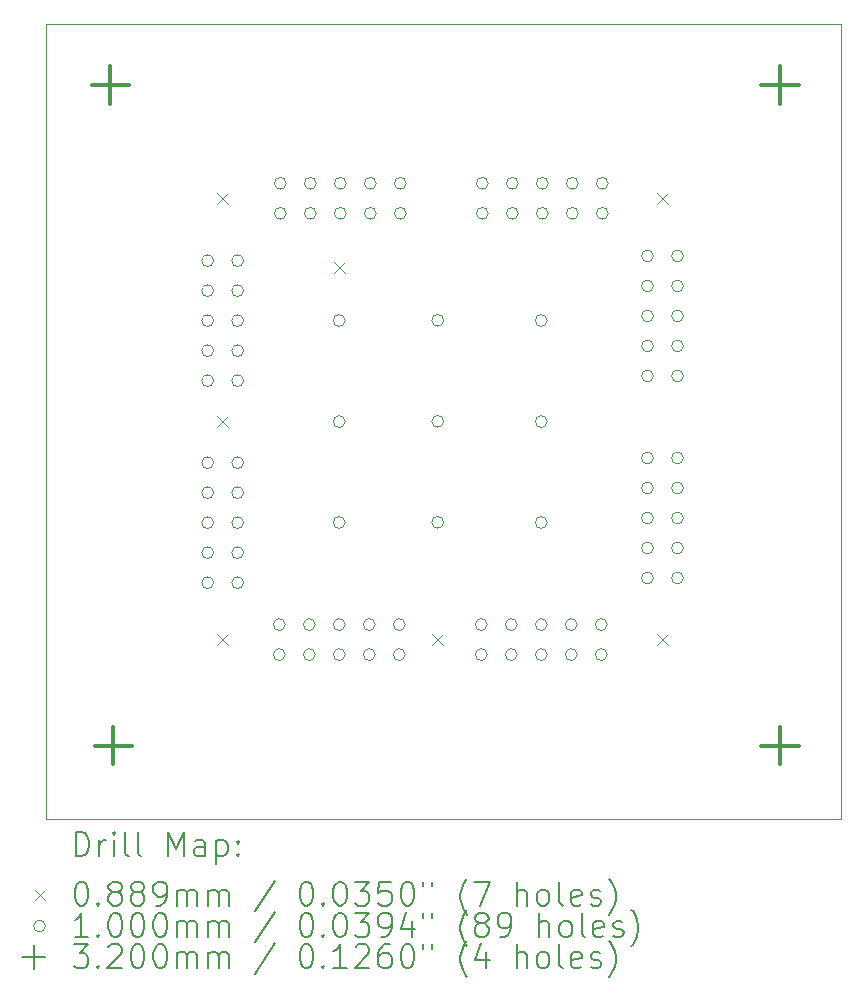
<source format=gbr>
%TF.GenerationSoftware,KiCad,Pcbnew,(6.0.9)*%
%TF.CreationDate,2022-12-16T13:04:32-05:00*%
%TF.ProjectId,Perris_Breakout,50657272-6973-45f4-9272-65616b6f7574,rev?*%
%TF.SameCoordinates,Original*%
%TF.FileFunction,Drillmap*%
%TF.FilePolarity,Positive*%
%FSLAX45Y45*%
G04 Gerber Fmt 4.5, Leading zero omitted, Abs format (unit mm)*
G04 Created by KiCad (PCBNEW (6.0.9)) date 2022-12-16 13:04:32*
%MOMM*%
%LPD*%
G01*
G04 APERTURE LIST*
%ADD10C,0.100000*%
%ADD11C,0.200000*%
%ADD12C,0.088900*%
%ADD13C,0.320000*%
G04 APERTURE END LIST*
D10*
X8663940Y-10528300D02*
X15394940Y-10528300D01*
X15394940Y-10528300D02*
X15394940Y-3802380D01*
X15394940Y-3802380D02*
X8663940Y-3802380D01*
X8663940Y-3802380D02*
X8663940Y-10528300D01*
D11*
D12*
X10116050Y-5231130D02*
X10204950Y-5320030D01*
X10204950Y-5231130D02*
X10116050Y-5320030D01*
X10116050Y-7121660D02*
X10204950Y-7210560D01*
X10204950Y-7121660D02*
X10116050Y-7210560D01*
X10116050Y-8966970D02*
X10204950Y-9055870D01*
X10204950Y-8966970D02*
X10116050Y-9055870D01*
X11106150Y-5817870D02*
X11195050Y-5906770D01*
X11195050Y-5817870D02*
X11106150Y-5906770D01*
X11936730Y-8966970D02*
X12025630Y-9055870D01*
X12025630Y-8966970D02*
X11936730Y-9055870D01*
X13839190Y-5231130D02*
X13928090Y-5320030D01*
X13928090Y-5231130D02*
X13839190Y-5320030D01*
X13839190Y-8966970D02*
X13928090Y-9055870D01*
X13928090Y-8966970D02*
X13839190Y-9055870D01*
D10*
X10083000Y-5802900D02*
G75*
G03*
X10083000Y-5802900I-50000J0D01*
G01*
X10083000Y-6056900D02*
G75*
G03*
X10083000Y-6056900I-50000J0D01*
G01*
X10083000Y-6310900D02*
G75*
G03*
X10083000Y-6310900I-50000J0D01*
G01*
X10083000Y-6564900D02*
G75*
G03*
X10083000Y-6564900I-50000J0D01*
G01*
X10083000Y-6818900D02*
G75*
G03*
X10083000Y-6818900I-50000J0D01*
G01*
X10083000Y-7513320D02*
G75*
G03*
X10083000Y-7513320I-50000J0D01*
G01*
X10083000Y-7767320D02*
G75*
G03*
X10083000Y-7767320I-50000J0D01*
G01*
X10083000Y-8021320D02*
G75*
G03*
X10083000Y-8021320I-50000J0D01*
G01*
X10083000Y-8275320D02*
G75*
G03*
X10083000Y-8275320I-50000J0D01*
G01*
X10083000Y-8529320D02*
G75*
G03*
X10083000Y-8529320I-50000J0D01*
G01*
X10337000Y-5802900D02*
G75*
G03*
X10337000Y-5802900I-50000J0D01*
G01*
X10337000Y-6056900D02*
G75*
G03*
X10337000Y-6056900I-50000J0D01*
G01*
X10337000Y-6310900D02*
G75*
G03*
X10337000Y-6310900I-50000J0D01*
G01*
X10337000Y-6564900D02*
G75*
G03*
X10337000Y-6564900I-50000J0D01*
G01*
X10337000Y-6818900D02*
G75*
G03*
X10337000Y-6818900I-50000J0D01*
G01*
X10337000Y-7513320D02*
G75*
G03*
X10337000Y-7513320I-50000J0D01*
G01*
X10337000Y-7767320D02*
G75*
G03*
X10337000Y-7767320I-50000J0D01*
G01*
X10337000Y-8021320D02*
G75*
G03*
X10337000Y-8021320I-50000J0D01*
G01*
X10337000Y-8275320D02*
G75*
G03*
X10337000Y-8275320I-50000J0D01*
G01*
X10337000Y-8529320D02*
G75*
G03*
X10337000Y-8529320I-50000J0D01*
G01*
X10689060Y-8884920D02*
G75*
G03*
X10689060Y-8884920I-50000J0D01*
G01*
X10689060Y-9138920D02*
G75*
G03*
X10689060Y-9138920I-50000J0D01*
G01*
X10697680Y-5148580D02*
G75*
G03*
X10697680Y-5148580I-50000J0D01*
G01*
X10697680Y-5402580D02*
G75*
G03*
X10697680Y-5402580I-50000J0D01*
G01*
X10943060Y-8884920D02*
G75*
G03*
X10943060Y-8884920I-50000J0D01*
G01*
X10943060Y-9138920D02*
G75*
G03*
X10943060Y-9138920I-50000J0D01*
G01*
X10951680Y-5148580D02*
G75*
G03*
X10951680Y-5148580I-50000J0D01*
G01*
X10951680Y-5402580D02*
G75*
G03*
X10951680Y-5402580I-50000J0D01*
G01*
X11196560Y-6310400D02*
G75*
G03*
X11196560Y-6310400I-50000J0D01*
G01*
X11196560Y-7166110D02*
G75*
G03*
X11196560Y-7166110I-50000J0D01*
G01*
X11196560Y-8020820D02*
G75*
G03*
X11196560Y-8020820I-50000J0D01*
G01*
X11197060Y-8884920D02*
G75*
G03*
X11197060Y-8884920I-50000J0D01*
G01*
X11197060Y-9138920D02*
G75*
G03*
X11197060Y-9138920I-50000J0D01*
G01*
X11205680Y-5148580D02*
G75*
G03*
X11205680Y-5148580I-50000J0D01*
G01*
X11205680Y-5402580D02*
G75*
G03*
X11205680Y-5402580I-50000J0D01*
G01*
X11451060Y-8884920D02*
G75*
G03*
X11451060Y-8884920I-50000J0D01*
G01*
X11451060Y-9138920D02*
G75*
G03*
X11451060Y-9138920I-50000J0D01*
G01*
X11459680Y-5148580D02*
G75*
G03*
X11459680Y-5148580I-50000J0D01*
G01*
X11459680Y-5402580D02*
G75*
G03*
X11459680Y-5402580I-50000J0D01*
G01*
X11705060Y-8884920D02*
G75*
G03*
X11705060Y-8884920I-50000J0D01*
G01*
X11705060Y-9138920D02*
G75*
G03*
X11705060Y-9138920I-50000J0D01*
G01*
X11713680Y-5148580D02*
G75*
G03*
X11713680Y-5148580I-50000J0D01*
G01*
X11713680Y-5402580D02*
G75*
G03*
X11713680Y-5402580I-50000J0D01*
G01*
X12031180Y-6308360D02*
G75*
G03*
X12031180Y-6308360I-50000J0D01*
G01*
X12031180Y-7164070D02*
G75*
G03*
X12031180Y-7164070I-50000J0D01*
G01*
X12031180Y-8018780D02*
G75*
G03*
X12031180Y-8018780I-50000J0D01*
G01*
X12399480Y-8884920D02*
G75*
G03*
X12399480Y-8884920I-50000J0D01*
G01*
X12399480Y-9138920D02*
G75*
G03*
X12399480Y-9138920I-50000J0D01*
G01*
X12408100Y-5148580D02*
G75*
G03*
X12408100Y-5148580I-50000J0D01*
G01*
X12408100Y-5402580D02*
G75*
G03*
X12408100Y-5402580I-50000J0D01*
G01*
X12653480Y-8884920D02*
G75*
G03*
X12653480Y-8884920I-50000J0D01*
G01*
X12653480Y-9138920D02*
G75*
G03*
X12653480Y-9138920I-50000J0D01*
G01*
X12662100Y-5148580D02*
G75*
G03*
X12662100Y-5148580I-50000J0D01*
G01*
X12662100Y-5402580D02*
G75*
G03*
X12662100Y-5402580I-50000J0D01*
G01*
X12906980Y-6310400D02*
G75*
G03*
X12906980Y-6310400I-50000J0D01*
G01*
X12906980Y-7166110D02*
G75*
G03*
X12906980Y-7166110I-50000J0D01*
G01*
X12906980Y-8020820D02*
G75*
G03*
X12906980Y-8020820I-50000J0D01*
G01*
X12907480Y-8884920D02*
G75*
G03*
X12907480Y-8884920I-50000J0D01*
G01*
X12907480Y-9138920D02*
G75*
G03*
X12907480Y-9138920I-50000J0D01*
G01*
X12916100Y-5148580D02*
G75*
G03*
X12916100Y-5148580I-50000J0D01*
G01*
X12916100Y-5402580D02*
G75*
G03*
X12916100Y-5402580I-50000J0D01*
G01*
X13161480Y-8884920D02*
G75*
G03*
X13161480Y-8884920I-50000J0D01*
G01*
X13161480Y-9138920D02*
G75*
G03*
X13161480Y-9138920I-50000J0D01*
G01*
X13170100Y-5148580D02*
G75*
G03*
X13170100Y-5148580I-50000J0D01*
G01*
X13170100Y-5402580D02*
G75*
G03*
X13170100Y-5402580I-50000J0D01*
G01*
X13415480Y-8884920D02*
G75*
G03*
X13415480Y-8884920I-50000J0D01*
G01*
X13415480Y-9138920D02*
G75*
G03*
X13415480Y-9138920I-50000J0D01*
G01*
X13424100Y-5148580D02*
G75*
G03*
X13424100Y-5148580I-50000J0D01*
G01*
X13424100Y-5402580D02*
G75*
G03*
X13424100Y-5402580I-50000J0D01*
G01*
X13806640Y-5763260D02*
G75*
G03*
X13806640Y-5763260I-50000J0D01*
G01*
X13806640Y-6017260D02*
G75*
G03*
X13806640Y-6017260I-50000J0D01*
G01*
X13806640Y-6271260D02*
G75*
G03*
X13806640Y-6271260I-50000J0D01*
G01*
X13806640Y-6525260D02*
G75*
G03*
X13806640Y-6525260I-50000J0D01*
G01*
X13806640Y-6779260D02*
G75*
G03*
X13806640Y-6779260I-50000J0D01*
G01*
X13806640Y-7473680D02*
G75*
G03*
X13806640Y-7473680I-50000J0D01*
G01*
X13806640Y-7727680D02*
G75*
G03*
X13806640Y-7727680I-50000J0D01*
G01*
X13806640Y-7981680D02*
G75*
G03*
X13806640Y-7981680I-50000J0D01*
G01*
X13806640Y-8235680D02*
G75*
G03*
X13806640Y-8235680I-50000J0D01*
G01*
X13806640Y-8489680D02*
G75*
G03*
X13806640Y-8489680I-50000J0D01*
G01*
X14060640Y-5763260D02*
G75*
G03*
X14060640Y-5763260I-50000J0D01*
G01*
X14060640Y-6017260D02*
G75*
G03*
X14060640Y-6017260I-50000J0D01*
G01*
X14060640Y-6271260D02*
G75*
G03*
X14060640Y-6271260I-50000J0D01*
G01*
X14060640Y-6525260D02*
G75*
G03*
X14060640Y-6525260I-50000J0D01*
G01*
X14060640Y-6779260D02*
G75*
G03*
X14060640Y-6779260I-50000J0D01*
G01*
X14060640Y-7473680D02*
G75*
G03*
X14060640Y-7473680I-50000J0D01*
G01*
X14060640Y-7727680D02*
G75*
G03*
X14060640Y-7727680I-50000J0D01*
G01*
X14060640Y-7981680D02*
G75*
G03*
X14060640Y-7981680I-50000J0D01*
G01*
X14060640Y-8235680D02*
G75*
G03*
X14060640Y-8235680I-50000J0D01*
G01*
X14060640Y-8489680D02*
G75*
G03*
X14060640Y-8489680I-50000J0D01*
G01*
D13*
X9210040Y-4152920D02*
X9210040Y-4472920D01*
X9050040Y-4312920D02*
X9370040Y-4312920D01*
X9235440Y-9748540D02*
X9235440Y-10068540D01*
X9075440Y-9908540D02*
X9395440Y-9908540D01*
X14881860Y-4152920D02*
X14881860Y-4472920D01*
X14721860Y-4312920D02*
X15041860Y-4312920D01*
X14881860Y-9748540D02*
X14881860Y-10068540D01*
X14721860Y-9908540D02*
X15041860Y-9908540D01*
D11*
X8916559Y-10843776D02*
X8916559Y-10643776D01*
X8964178Y-10643776D01*
X8992750Y-10653300D01*
X9011797Y-10672348D01*
X9021321Y-10691395D01*
X9030845Y-10729490D01*
X9030845Y-10758062D01*
X9021321Y-10796157D01*
X9011797Y-10815205D01*
X8992750Y-10834252D01*
X8964178Y-10843776D01*
X8916559Y-10843776D01*
X9116559Y-10843776D02*
X9116559Y-10710443D01*
X9116559Y-10748538D02*
X9126083Y-10729490D01*
X9135607Y-10719967D01*
X9154654Y-10710443D01*
X9173702Y-10710443D01*
X9240369Y-10843776D02*
X9240369Y-10710443D01*
X9240369Y-10643776D02*
X9230845Y-10653300D01*
X9240369Y-10662824D01*
X9249892Y-10653300D01*
X9240369Y-10643776D01*
X9240369Y-10662824D01*
X9364178Y-10843776D02*
X9345130Y-10834252D01*
X9335607Y-10815205D01*
X9335607Y-10643776D01*
X9468940Y-10843776D02*
X9449892Y-10834252D01*
X9440369Y-10815205D01*
X9440369Y-10643776D01*
X9697511Y-10843776D02*
X9697511Y-10643776D01*
X9764178Y-10786633D01*
X9830845Y-10643776D01*
X9830845Y-10843776D01*
X10011797Y-10843776D02*
X10011797Y-10739014D01*
X10002273Y-10719967D01*
X9983226Y-10710443D01*
X9945130Y-10710443D01*
X9926083Y-10719967D01*
X10011797Y-10834252D02*
X9992750Y-10843776D01*
X9945130Y-10843776D01*
X9926083Y-10834252D01*
X9916559Y-10815205D01*
X9916559Y-10796157D01*
X9926083Y-10777110D01*
X9945130Y-10767586D01*
X9992750Y-10767586D01*
X10011797Y-10758062D01*
X10107035Y-10710443D02*
X10107035Y-10910443D01*
X10107035Y-10719967D02*
X10126083Y-10710443D01*
X10164178Y-10710443D01*
X10183226Y-10719967D01*
X10192750Y-10729490D01*
X10202273Y-10748538D01*
X10202273Y-10805681D01*
X10192750Y-10824729D01*
X10183226Y-10834252D01*
X10164178Y-10843776D01*
X10126083Y-10843776D01*
X10107035Y-10834252D01*
X10287988Y-10824729D02*
X10297511Y-10834252D01*
X10287988Y-10843776D01*
X10278464Y-10834252D01*
X10287988Y-10824729D01*
X10287988Y-10843776D01*
X10287988Y-10719967D02*
X10297511Y-10729490D01*
X10287988Y-10739014D01*
X10278464Y-10729490D01*
X10287988Y-10719967D01*
X10287988Y-10739014D01*
D12*
X8570040Y-11128850D02*
X8658940Y-11217750D01*
X8658940Y-11128850D02*
X8570040Y-11217750D01*
D11*
X8954654Y-11063776D02*
X8973702Y-11063776D01*
X8992750Y-11073300D01*
X9002273Y-11082824D01*
X9011797Y-11101871D01*
X9021321Y-11139967D01*
X9021321Y-11187586D01*
X9011797Y-11225681D01*
X9002273Y-11244728D01*
X8992750Y-11254252D01*
X8973702Y-11263776D01*
X8954654Y-11263776D01*
X8935607Y-11254252D01*
X8926083Y-11244728D01*
X8916559Y-11225681D01*
X8907035Y-11187586D01*
X8907035Y-11139967D01*
X8916559Y-11101871D01*
X8926083Y-11082824D01*
X8935607Y-11073300D01*
X8954654Y-11063776D01*
X9107035Y-11244728D02*
X9116559Y-11254252D01*
X9107035Y-11263776D01*
X9097511Y-11254252D01*
X9107035Y-11244728D01*
X9107035Y-11263776D01*
X9230845Y-11149490D02*
X9211797Y-11139967D01*
X9202273Y-11130443D01*
X9192750Y-11111395D01*
X9192750Y-11101871D01*
X9202273Y-11082824D01*
X9211797Y-11073300D01*
X9230845Y-11063776D01*
X9268940Y-11063776D01*
X9287988Y-11073300D01*
X9297511Y-11082824D01*
X9307035Y-11101871D01*
X9307035Y-11111395D01*
X9297511Y-11130443D01*
X9287988Y-11139967D01*
X9268940Y-11149490D01*
X9230845Y-11149490D01*
X9211797Y-11159014D01*
X9202273Y-11168538D01*
X9192750Y-11187586D01*
X9192750Y-11225681D01*
X9202273Y-11244728D01*
X9211797Y-11254252D01*
X9230845Y-11263776D01*
X9268940Y-11263776D01*
X9287988Y-11254252D01*
X9297511Y-11244728D01*
X9307035Y-11225681D01*
X9307035Y-11187586D01*
X9297511Y-11168538D01*
X9287988Y-11159014D01*
X9268940Y-11149490D01*
X9421321Y-11149490D02*
X9402273Y-11139967D01*
X9392750Y-11130443D01*
X9383226Y-11111395D01*
X9383226Y-11101871D01*
X9392750Y-11082824D01*
X9402273Y-11073300D01*
X9421321Y-11063776D01*
X9459416Y-11063776D01*
X9478464Y-11073300D01*
X9487988Y-11082824D01*
X9497511Y-11101871D01*
X9497511Y-11111395D01*
X9487988Y-11130443D01*
X9478464Y-11139967D01*
X9459416Y-11149490D01*
X9421321Y-11149490D01*
X9402273Y-11159014D01*
X9392750Y-11168538D01*
X9383226Y-11187586D01*
X9383226Y-11225681D01*
X9392750Y-11244728D01*
X9402273Y-11254252D01*
X9421321Y-11263776D01*
X9459416Y-11263776D01*
X9478464Y-11254252D01*
X9487988Y-11244728D01*
X9497511Y-11225681D01*
X9497511Y-11187586D01*
X9487988Y-11168538D01*
X9478464Y-11159014D01*
X9459416Y-11149490D01*
X9592750Y-11263776D02*
X9630845Y-11263776D01*
X9649892Y-11254252D01*
X9659416Y-11244728D01*
X9678464Y-11216157D01*
X9687988Y-11178062D01*
X9687988Y-11101871D01*
X9678464Y-11082824D01*
X9668940Y-11073300D01*
X9649892Y-11063776D01*
X9611797Y-11063776D01*
X9592750Y-11073300D01*
X9583226Y-11082824D01*
X9573702Y-11101871D01*
X9573702Y-11149490D01*
X9583226Y-11168538D01*
X9592750Y-11178062D01*
X9611797Y-11187586D01*
X9649892Y-11187586D01*
X9668940Y-11178062D01*
X9678464Y-11168538D01*
X9687988Y-11149490D01*
X9773702Y-11263776D02*
X9773702Y-11130443D01*
X9773702Y-11149490D02*
X9783226Y-11139967D01*
X9802273Y-11130443D01*
X9830845Y-11130443D01*
X9849892Y-11139967D01*
X9859416Y-11159014D01*
X9859416Y-11263776D01*
X9859416Y-11159014D02*
X9868940Y-11139967D01*
X9887988Y-11130443D01*
X9916559Y-11130443D01*
X9935607Y-11139967D01*
X9945130Y-11159014D01*
X9945130Y-11263776D01*
X10040369Y-11263776D02*
X10040369Y-11130443D01*
X10040369Y-11149490D02*
X10049892Y-11139967D01*
X10068940Y-11130443D01*
X10097511Y-11130443D01*
X10116559Y-11139967D01*
X10126083Y-11159014D01*
X10126083Y-11263776D01*
X10126083Y-11159014D02*
X10135607Y-11139967D01*
X10154654Y-11130443D01*
X10183226Y-11130443D01*
X10202273Y-11139967D01*
X10211797Y-11159014D01*
X10211797Y-11263776D01*
X10602273Y-11054252D02*
X10430845Y-11311395D01*
X10859416Y-11063776D02*
X10878464Y-11063776D01*
X10897511Y-11073300D01*
X10907035Y-11082824D01*
X10916559Y-11101871D01*
X10926083Y-11139967D01*
X10926083Y-11187586D01*
X10916559Y-11225681D01*
X10907035Y-11244728D01*
X10897511Y-11254252D01*
X10878464Y-11263776D01*
X10859416Y-11263776D01*
X10840369Y-11254252D01*
X10830845Y-11244728D01*
X10821321Y-11225681D01*
X10811797Y-11187586D01*
X10811797Y-11139967D01*
X10821321Y-11101871D01*
X10830845Y-11082824D01*
X10840369Y-11073300D01*
X10859416Y-11063776D01*
X11011797Y-11244728D02*
X11021321Y-11254252D01*
X11011797Y-11263776D01*
X11002273Y-11254252D01*
X11011797Y-11244728D01*
X11011797Y-11263776D01*
X11145130Y-11063776D02*
X11164178Y-11063776D01*
X11183226Y-11073300D01*
X11192749Y-11082824D01*
X11202273Y-11101871D01*
X11211797Y-11139967D01*
X11211797Y-11187586D01*
X11202273Y-11225681D01*
X11192749Y-11244728D01*
X11183226Y-11254252D01*
X11164178Y-11263776D01*
X11145130Y-11263776D01*
X11126083Y-11254252D01*
X11116559Y-11244728D01*
X11107035Y-11225681D01*
X11097511Y-11187586D01*
X11097511Y-11139967D01*
X11107035Y-11101871D01*
X11116559Y-11082824D01*
X11126083Y-11073300D01*
X11145130Y-11063776D01*
X11278464Y-11063776D02*
X11402273Y-11063776D01*
X11335607Y-11139967D01*
X11364178Y-11139967D01*
X11383226Y-11149490D01*
X11392749Y-11159014D01*
X11402273Y-11178062D01*
X11402273Y-11225681D01*
X11392749Y-11244728D01*
X11383226Y-11254252D01*
X11364178Y-11263776D01*
X11307035Y-11263776D01*
X11287988Y-11254252D01*
X11278464Y-11244728D01*
X11583226Y-11063776D02*
X11487988Y-11063776D01*
X11478464Y-11159014D01*
X11487988Y-11149490D01*
X11507035Y-11139967D01*
X11554654Y-11139967D01*
X11573702Y-11149490D01*
X11583226Y-11159014D01*
X11592749Y-11178062D01*
X11592749Y-11225681D01*
X11583226Y-11244728D01*
X11573702Y-11254252D01*
X11554654Y-11263776D01*
X11507035Y-11263776D01*
X11487988Y-11254252D01*
X11478464Y-11244728D01*
X11716559Y-11063776D02*
X11735607Y-11063776D01*
X11754654Y-11073300D01*
X11764178Y-11082824D01*
X11773702Y-11101871D01*
X11783226Y-11139967D01*
X11783226Y-11187586D01*
X11773702Y-11225681D01*
X11764178Y-11244728D01*
X11754654Y-11254252D01*
X11735607Y-11263776D01*
X11716559Y-11263776D01*
X11697511Y-11254252D01*
X11687988Y-11244728D01*
X11678464Y-11225681D01*
X11668940Y-11187586D01*
X11668940Y-11139967D01*
X11678464Y-11101871D01*
X11687988Y-11082824D01*
X11697511Y-11073300D01*
X11716559Y-11063776D01*
X11859416Y-11063776D02*
X11859416Y-11101871D01*
X11935607Y-11063776D02*
X11935607Y-11101871D01*
X12230845Y-11339967D02*
X12221321Y-11330443D01*
X12202273Y-11301871D01*
X12192749Y-11282824D01*
X12183226Y-11254252D01*
X12173702Y-11206633D01*
X12173702Y-11168538D01*
X12183226Y-11120919D01*
X12192749Y-11092348D01*
X12202273Y-11073300D01*
X12221321Y-11044729D01*
X12230845Y-11035205D01*
X12287988Y-11063776D02*
X12421321Y-11063776D01*
X12335607Y-11263776D01*
X12649892Y-11263776D02*
X12649892Y-11063776D01*
X12735607Y-11263776D02*
X12735607Y-11159014D01*
X12726083Y-11139967D01*
X12707035Y-11130443D01*
X12678464Y-11130443D01*
X12659416Y-11139967D01*
X12649892Y-11149490D01*
X12859416Y-11263776D02*
X12840368Y-11254252D01*
X12830845Y-11244728D01*
X12821321Y-11225681D01*
X12821321Y-11168538D01*
X12830845Y-11149490D01*
X12840368Y-11139967D01*
X12859416Y-11130443D01*
X12887988Y-11130443D01*
X12907035Y-11139967D01*
X12916559Y-11149490D01*
X12926083Y-11168538D01*
X12926083Y-11225681D01*
X12916559Y-11244728D01*
X12907035Y-11254252D01*
X12887988Y-11263776D01*
X12859416Y-11263776D01*
X13040368Y-11263776D02*
X13021321Y-11254252D01*
X13011797Y-11235205D01*
X13011797Y-11063776D01*
X13192749Y-11254252D02*
X13173702Y-11263776D01*
X13135607Y-11263776D01*
X13116559Y-11254252D01*
X13107035Y-11235205D01*
X13107035Y-11159014D01*
X13116559Y-11139967D01*
X13135607Y-11130443D01*
X13173702Y-11130443D01*
X13192749Y-11139967D01*
X13202273Y-11159014D01*
X13202273Y-11178062D01*
X13107035Y-11197109D01*
X13278464Y-11254252D02*
X13297511Y-11263776D01*
X13335607Y-11263776D01*
X13354654Y-11254252D01*
X13364178Y-11235205D01*
X13364178Y-11225681D01*
X13354654Y-11206633D01*
X13335607Y-11197109D01*
X13307035Y-11197109D01*
X13287988Y-11187586D01*
X13278464Y-11168538D01*
X13278464Y-11159014D01*
X13287988Y-11139967D01*
X13307035Y-11130443D01*
X13335607Y-11130443D01*
X13354654Y-11139967D01*
X13430845Y-11339967D02*
X13440368Y-11330443D01*
X13459416Y-11301871D01*
X13468940Y-11282824D01*
X13478464Y-11254252D01*
X13487988Y-11206633D01*
X13487988Y-11168538D01*
X13478464Y-11120919D01*
X13468940Y-11092348D01*
X13459416Y-11073300D01*
X13440368Y-11044729D01*
X13430845Y-11035205D01*
D10*
X8658940Y-11437300D02*
G75*
G03*
X8658940Y-11437300I-50000J0D01*
G01*
D11*
X9021321Y-11527776D02*
X8907035Y-11527776D01*
X8964178Y-11527776D02*
X8964178Y-11327776D01*
X8945130Y-11356348D01*
X8926083Y-11375395D01*
X8907035Y-11384919D01*
X9107035Y-11508728D02*
X9116559Y-11518252D01*
X9107035Y-11527776D01*
X9097511Y-11518252D01*
X9107035Y-11508728D01*
X9107035Y-11527776D01*
X9240369Y-11327776D02*
X9259416Y-11327776D01*
X9278464Y-11337300D01*
X9287988Y-11346824D01*
X9297511Y-11365871D01*
X9307035Y-11403967D01*
X9307035Y-11451586D01*
X9297511Y-11489681D01*
X9287988Y-11508728D01*
X9278464Y-11518252D01*
X9259416Y-11527776D01*
X9240369Y-11527776D01*
X9221321Y-11518252D01*
X9211797Y-11508728D01*
X9202273Y-11489681D01*
X9192750Y-11451586D01*
X9192750Y-11403967D01*
X9202273Y-11365871D01*
X9211797Y-11346824D01*
X9221321Y-11337300D01*
X9240369Y-11327776D01*
X9430845Y-11327776D02*
X9449892Y-11327776D01*
X9468940Y-11337300D01*
X9478464Y-11346824D01*
X9487988Y-11365871D01*
X9497511Y-11403967D01*
X9497511Y-11451586D01*
X9487988Y-11489681D01*
X9478464Y-11508728D01*
X9468940Y-11518252D01*
X9449892Y-11527776D01*
X9430845Y-11527776D01*
X9411797Y-11518252D01*
X9402273Y-11508728D01*
X9392750Y-11489681D01*
X9383226Y-11451586D01*
X9383226Y-11403967D01*
X9392750Y-11365871D01*
X9402273Y-11346824D01*
X9411797Y-11337300D01*
X9430845Y-11327776D01*
X9621321Y-11327776D02*
X9640369Y-11327776D01*
X9659416Y-11337300D01*
X9668940Y-11346824D01*
X9678464Y-11365871D01*
X9687988Y-11403967D01*
X9687988Y-11451586D01*
X9678464Y-11489681D01*
X9668940Y-11508728D01*
X9659416Y-11518252D01*
X9640369Y-11527776D01*
X9621321Y-11527776D01*
X9602273Y-11518252D01*
X9592750Y-11508728D01*
X9583226Y-11489681D01*
X9573702Y-11451586D01*
X9573702Y-11403967D01*
X9583226Y-11365871D01*
X9592750Y-11346824D01*
X9602273Y-11337300D01*
X9621321Y-11327776D01*
X9773702Y-11527776D02*
X9773702Y-11394443D01*
X9773702Y-11413490D02*
X9783226Y-11403967D01*
X9802273Y-11394443D01*
X9830845Y-11394443D01*
X9849892Y-11403967D01*
X9859416Y-11423014D01*
X9859416Y-11527776D01*
X9859416Y-11423014D02*
X9868940Y-11403967D01*
X9887988Y-11394443D01*
X9916559Y-11394443D01*
X9935607Y-11403967D01*
X9945130Y-11423014D01*
X9945130Y-11527776D01*
X10040369Y-11527776D02*
X10040369Y-11394443D01*
X10040369Y-11413490D02*
X10049892Y-11403967D01*
X10068940Y-11394443D01*
X10097511Y-11394443D01*
X10116559Y-11403967D01*
X10126083Y-11423014D01*
X10126083Y-11527776D01*
X10126083Y-11423014D02*
X10135607Y-11403967D01*
X10154654Y-11394443D01*
X10183226Y-11394443D01*
X10202273Y-11403967D01*
X10211797Y-11423014D01*
X10211797Y-11527776D01*
X10602273Y-11318252D02*
X10430845Y-11575395D01*
X10859416Y-11327776D02*
X10878464Y-11327776D01*
X10897511Y-11337300D01*
X10907035Y-11346824D01*
X10916559Y-11365871D01*
X10926083Y-11403967D01*
X10926083Y-11451586D01*
X10916559Y-11489681D01*
X10907035Y-11508728D01*
X10897511Y-11518252D01*
X10878464Y-11527776D01*
X10859416Y-11527776D01*
X10840369Y-11518252D01*
X10830845Y-11508728D01*
X10821321Y-11489681D01*
X10811797Y-11451586D01*
X10811797Y-11403967D01*
X10821321Y-11365871D01*
X10830845Y-11346824D01*
X10840369Y-11337300D01*
X10859416Y-11327776D01*
X11011797Y-11508728D02*
X11021321Y-11518252D01*
X11011797Y-11527776D01*
X11002273Y-11518252D01*
X11011797Y-11508728D01*
X11011797Y-11527776D01*
X11145130Y-11327776D02*
X11164178Y-11327776D01*
X11183226Y-11337300D01*
X11192749Y-11346824D01*
X11202273Y-11365871D01*
X11211797Y-11403967D01*
X11211797Y-11451586D01*
X11202273Y-11489681D01*
X11192749Y-11508728D01*
X11183226Y-11518252D01*
X11164178Y-11527776D01*
X11145130Y-11527776D01*
X11126083Y-11518252D01*
X11116559Y-11508728D01*
X11107035Y-11489681D01*
X11097511Y-11451586D01*
X11097511Y-11403967D01*
X11107035Y-11365871D01*
X11116559Y-11346824D01*
X11126083Y-11337300D01*
X11145130Y-11327776D01*
X11278464Y-11327776D02*
X11402273Y-11327776D01*
X11335607Y-11403967D01*
X11364178Y-11403967D01*
X11383226Y-11413490D01*
X11392749Y-11423014D01*
X11402273Y-11442062D01*
X11402273Y-11489681D01*
X11392749Y-11508728D01*
X11383226Y-11518252D01*
X11364178Y-11527776D01*
X11307035Y-11527776D01*
X11287988Y-11518252D01*
X11278464Y-11508728D01*
X11497511Y-11527776D02*
X11535607Y-11527776D01*
X11554654Y-11518252D01*
X11564178Y-11508728D01*
X11583226Y-11480157D01*
X11592749Y-11442062D01*
X11592749Y-11365871D01*
X11583226Y-11346824D01*
X11573702Y-11337300D01*
X11554654Y-11327776D01*
X11516559Y-11327776D01*
X11497511Y-11337300D01*
X11487988Y-11346824D01*
X11478464Y-11365871D01*
X11478464Y-11413490D01*
X11487988Y-11432538D01*
X11497511Y-11442062D01*
X11516559Y-11451586D01*
X11554654Y-11451586D01*
X11573702Y-11442062D01*
X11583226Y-11432538D01*
X11592749Y-11413490D01*
X11764178Y-11394443D02*
X11764178Y-11527776D01*
X11716559Y-11318252D02*
X11668940Y-11461109D01*
X11792749Y-11461109D01*
X11859416Y-11327776D02*
X11859416Y-11365871D01*
X11935607Y-11327776D02*
X11935607Y-11365871D01*
X12230845Y-11603967D02*
X12221321Y-11594443D01*
X12202273Y-11565871D01*
X12192749Y-11546824D01*
X12183226Y-11518252D01*
X12173702Y-11470633D01*
X12173702Y-11432538D01*
X12183226Y-11384919D01*
X12192749Y-11356348D01*
X12202273Y-11337300D01*
X12221321Y-11308728D01*
X12230845Y-11299205D01*
X12335607Y-11413490D02*
X12316559Y-11403967D01*
X12307035Y-11394443D01*
X12297511Y-11375395D01*
X12297511Y-11365871D01*
X12307035Y-11346824D01*
X12316559Y-11337300D01*
X12335607Y-11327776D01*
X12373702Y-11327776D01*
X12392749Y-11337300D01*
X12402273Y-11346824D01*
X12411797Y-11365871D01*
X12411797Y-11375395D01*
X12402273Y-11394443D01*
X12392749Y-11403967D01*
X12373702Y-11413490D01*
X12335607Y-11413490D01*
X12316559Y-11423014D01*
X12307035Y-11432538D01*
X12297511Y-11451586D01*
X12297511Y-11489681D01*
X12307035Y-11508728D01*
X12316559Y-11518252D01*
X12335607Y-11527776D01*
X12373702Y-11527776D01*
X12392749Y-11518252D01*
X12402273Y-11508728D01*
X12411797Y-11489681D01*
X12411797Y-11451586D01*
X12402273Y-11432538D01*
X12392749Y-11423014D01*
X12373702Y-11413490D01*
X12507035Y-11527776D02*
X12545130Y-11527776D01*
X12564178Y-11518252D01*
X12573702Y-11508728D01*
X12592749Y-11480157D01*
X12602273Y-11442062D01*
X12602273Y-11365871D01*
X12592749Y-11346824D01*
X12583226Y-11337300D01*
X12564178Y-11327776D01*
X12526083Y-11327776D01*
X12507035Y-11337300D01*
X12497511Y-11346824D01*
X12487988Y-11365871D01*
X12487988Y-11413490D01*
X12497511Y-11432538D01*
X12507035Y-11442062D01*
X12526083Y-11451586D01*
X12564178Y-11451586D01*
X12583226Y-11442062D01*
X12592749Y-11432538D01*
X12602273Y-11413490D01*
X12840368Y-11527776D02*
X12840368Y-11327776D01*
X12926083Y-11527776D02*
X12926083Y-11423014D01*
X12916559Y-11403967D01*
X12897511Y-11394443D01*
X12868940Y-11394443D01*
X12849892Y-11403967D01*
X12840368Y-11413490D01*
X13049892Y-11527776D02*
X13030845Y-11518252D01*
X13021321Y-11508728D01*
X13011797Y-11489681D01*
X13011797Y-11432538D01*
X13021321Y-11413490D01*
X13030845Y-11403967D01*
X13049892Y-11394443D01*
X13078464Y-11394443D01*
X13097511Y-11403967D01*
X13107035Y-11413490D01*
X13116559Y-11432538D01*
X13116559Y-11489681D01*
X13107035Y-11508728D01*
X13097511Y-11518252D01*
X13078464Y-11527776D01*
X13049892Y-11527776D01*
X13230845Y-11527776D02*
X13211797Y-11518252D01*
X13202273Y-11499205D01*
X13202273Y-11327776D01*
X13383226Y-11518252D02*
X13364178Y-11527776D01*
X13326083Y-11527776D01*
X13307035Y-11518252D01*
X13297511Y-11499205D01*
X13297511Y-11423014D01*
X13307035Y-11403967D01*
X13326083Y-11394443D01*
X13364178Y-11394443D01*
X13383226Y-11403967D01*
X13392749Y-11423014D01*
X13392749Y-11442062D01*
X13297511Y-11461109D01*
X13468940Y-11518252D02*
X13487988Y-11527776D01*
X13526083Y-11527776D01*
X13545130Y-11518252D01*
X13554654Y-11499205D01*
X13554654Y-11489681D01*
X13545130Y-11470633D01*
X13526083Y-11461109D01*
X13497511Y-11461109D01*
X13478464Y-11451586D01*
X13468940Y-11432538D01*
X13468940Y-11423014D01*
X13478464Y-11403967D01*
X13497511Y-11394443D01*
X13526083Y-11394443D01*
X13545130Y-11403967D01*
X13621321Y-11603967D02*
X13630845Y-11594443D01*
X13649892Y-11565871D01*
X13659416Y-11546824D01*
X13668940Y-11518252D01*
X13678464Y-11470633D01*
X13678464Y-11432538D01*
X13668940Y-11384919D01*
X13659416Y-11356348D01*
X13649892Y-11337300D01*
X13630845Y-11308728D01*
X13621321Y-11299205D01*
X8558940Y-11601300D02*
X8558940Y-11801300D01*
X8458940Y-11701300D02*
X8658940Y-11701300D01*
X8897511Y-11591776D02*
X9021321Y-11591776D01*
X8954654Y-11667967D01*
X8983226Y-11667967D01*
X9002273Y-11677490D01*
X9011797Y-11687014D01*
X9021321Y-11706062D01*
X9021321Y-11753681D01*
X9011797Y-11772728D01*
X9002273Y-11782252D01*
X8983226Y-11791776D01*
X8926083Y-11791776D01*
X8907035Y-11782252D01*
X8897511Y-11772728D01*
X9107035Y-11772728D02*
X9116559Y-11782252D01*
X9107035Y-11791776D01*
X9097511Y-11782252D01*
X9107035Y-11772728D01*
X9107035Y-11791776D01*
X9192750Y-11610824D02*
X9202273Y-11601300D01*
X9221321Y-11591776D01*
X9268940Y-11591776D01*
X9287988Y-11601300D01*
X9297511Y-11610824D01*
X9307035Y-11629871D01*
X9307035Y-11648919D01*
X9297511Y-11677490D01*
X9183226Y-11791776D01*
X9307035Y-11791776D01*
X9430845Y-11591776D02*
X9449892Y-11591776D01*
X9468940Y-11601300D01*
X9478464Y-11610824D01*
X9487988Y-11629871D01*
X9497511Y-11667967D01*
X9497511Y-11715586D01*
X9487988Y-11753681D01*
X9478464Y-11772728D01*
X9468940Y-11782252D01*
X9449892Y-11791776D01*
X9430845Y-11791776D01*
X9411797Y-11782252D01*
X9402273Y-11772728D01*
X9392750Y-11753681D01*
X9383226Y-11715586D01*
X9383226Y-11667967D01*
X9392750Y-11629871D01*
X9402273Y-11610824D01*
X9411797Y-11601300D01*
X9430845Y-11591776D01*
X9621321Y-11591776D02*
X9640369Y-11591776D01*
X9659416Y-11601300D01*
X9668940Y-11610824D01*
X9678464Y-11629871D01*
X9687988Y-11667967D01*
X9687988Y-11715586D01*
X9678464Y-11753681D01*
X9668940Y-11772728D01*
X9659416Y-11782252D01*
X9640369Y-11791776D01*
X9621321Y-11791776D01*
X9602273Y-11782252D01*
X9592750Y-11772728D01*
X9583226Y-11753681D01*
X9573702Y-11715586D01*
X9573702Y-11667967D01*
X9583226Y-11629871D01*
X9592750Y-11610824D01*
X9602273Y-11601300D01*
X9621321Y-11591776D01*
X9773702Y-11791776D02*
X9773702Y-11658443D01*
X9773702Y-11677490D02*
X9783226Y-11667967D01*
X9802273Y-11658443D01*
X9830845Y-11658443D01*
X9849892Y-11667967D01*
X9859416Y-11687014D01*
X9859416Y-11791776D01*
X9859416Y-11687014D02*
X9868940Y-11667967D01*
X9887988Y-11658443D01*
X9916559Y-11658443D01*
X9935607Y-11667967D01*
X9945130Y-11687014D01*
X9945130Y-11791776D01*
X10040369Y-11791776D02*
X10040369Y-11658443D01*
X10040369Y-11677490D02*
X10049892Y-11667967D01*
X10068940Y-11658443D01*
X10097511Y-11658443D01*
X10116559Y-11667967D01*
X10126083Y-11687014D01*
X10126083Y-11791776D01*
X10126083Y-11687014D02*
X10135607Y-11667967D01*
X10154654Y-11658443D01*
X10183226Y-11658443D01*
X10202273Y-11667967D01*
X10211797Y-11687014D01*
X10211797Y-11791776D01*
X10602273Y-11582252D02*
X10430845Y-11839395D01*
X10859416Y-11591776D02*
X10878464Y-11591776D01*
X10897511Y-11601300D01*
X10907035Y-11610824D01*
X10916559Y-11629871D01*
X10926083Y-11667967D01*
X10926083Y-11715586D01*
X10916559Y-11753681D01*
X10907035Y-11772728D01*
X10897511Y-11782252D01*
X10878464Y-11791776D01*
X10859416Y-11791776D01*
X10840369Y-11782252D01*
X10830845Y-11772728D01*
X10821321Y-11753681D01*
X10811797Y-11715586D01*
X10811797Y-11667967D01*
X10821321Y-11629871D01*
X10830845Y-11610824D01*
X10840369Y-11601300D01*
X10859416Y-11591776D01*
X11011797Y-11772728D02*
X11021321Y-11782252D01*
X11011797Y-11791776D01*
X11002273Y-11782252D01*
X11011797Y-11772728D01*
X11011797Y-11791776D01*
X11211797Y-11791776D02*
X11097511Y-11791776D01*
X11154654Y-11791776D02*
X11154654Y-11591776D01*
X11135607Y-11620348D01*
X11116559Y-11639395D01*
X11097511Y-11648919D01*
X11287988Y-11610824D02*
X11297511Y-11601300D01*
X11316559Y-11591776D01*
X11364178Y-11591776D01*
X11383226Y-11601300D01*
X11392749Y-11610824D01*
X11402273Y-11629871D01*
X11402273Y-11648919D01*
X11392749Y-11677490D01*
X11278464Y-11791776D01*
X11402273Y-11791776D01*
X11573702Y-11591776D02*
X11535607Y-11591776D01*
X11516559Y-11601300D01*
X11507035Y-11610824D01*
X11487988Y-11639395D01*
X11478464Y-11677490D01*
X11478464Y-11753681D01*
X11487988Y-11772728D01*
X11497511Y-11782252D01*
X11516559Y-11791776D01*
X11554654Y-11791776D01*
X11573702Y-11782252D01*
X11583226Y-11772728D01*
X11592749Y-11753681D01*
X11592749Y-11706062D01*
X11583226Y-11687014D01*
X11573702Y-11677490D01*
X11554654Y-11667967D01*
X11516559Y-11667967D01*
X11497511Y-11677490D01*
X11487988Y-11687014D01*
X11478464Y-11706062D01*
X11716559Y-11591776D02*
X11735607Y-11591776D01*
X11754654Y-11601300D01*
X11764178Y-11610824D01*
X11773702Y-11629871D01*
X11783226Y-11667967D01*
X11783226Y-11715586D01*
X11773702Y-11753681D01*
X11764178Y-11772728D01*
X11754654Y-11782252D01*
X11735607Y-11791776D01*
X11716559Y-11791776D01*
X11697511Y-11782252D01*
X11687988Y-11772728D01*
X11678464Y-11753681D01*
X11668940Y-11715586D01*
X11668940Y-11667967D01*
X11678464Y-11629871D01*
X11687988Y-11610824D01*
X11697511Y-11601300D01*
X11716559Y-11591776D01*
X11859416Y-11591776D02*
X11859416Y-11629871D01*
X11935607Y-11591776D02*
X11935607Y-11629871D01*
X12230845Y-11867967D02*
X12221321Y-11858443D01*
X12202273Y-11829871D01*
X12192749Y-11810824D01*
X12183226Y-11782252D01*
X12173702Y-11734633D01*
X12173702Y-11696538D01*
X12183226Y-11648919D01*
X12192749Y-11620348D01*
X12202273Y-11601300D01*
X12221321Y-11572728D01*
X12230845Y-11563205D01*
X12392749Y-11658443D02*
X12392749Y-11791776D01*
X12345130Y-11582252D02*
X12297511Y-11725109D01*
X12421321Y-11725109D01*
X12649892Y-11791776D02*
X12649892Y-11591776D01*
X12735607Y-11791776D02*
X12735607Y-11687014D01*
X12726083Y-11667967D01*
X12707035Y-11658443D01*
X12678464Y-11658443D01*
X12659416Y-11667967D01*
X12649892Y-11677490D01*
X12859416Y-11791776D02*
X12840368Y-11782252D01*
X12830845Y-11772728D01*
X12821321Y-11753681D01*
X12821321Y-11696538D01*
X12830845Y-11677490D01*
X12840368Y-11667967D01*
X12859416Y-11658443D01*
X12887988Y-11658443D01*
X12907035Y-11667967D01*
X12916559Y-11677490D01*
X12926083Y-11696538D01*
X12926083Y-11753681D01*
X12916559Y-11772728D01*
X12907035Y-11782252D01*
X12887988Y-11791776D01*
X12859416Y-11791776D01*
X13040368Y-11791776D02*
X13021321Y-11782252D01*
X13011797Y-11763205D01*
X13011797Y-11591776D01*
X13192749Y-11782252D02*
X13173702Y-11791776D01*
X13135607Y-11791776D01*
X13116559Y-11782252D01*
X13107035Y-11763205D01*
X13107035Y-11687014D01*
X13116559Y-11667967D01*
X13135607Y-11658443D01*
X13173702Y-11658443D01*
X13192749Y-11667967D01*
X13202273Y-11687014D01*
X13202273Y-11706062D01*
X13107035Y-11725109D01*
X13278464Y-11782252D02*
X13297511Y-11791776D01*
X13335607Y-11791776D01*
X13354654Y-11782252D01*
X13364178Y-11763205D01*
X13364178Y-11753681D01*
X13354654Y-11734633D01*
X13335607Y-11725109D01*
X13307035Y-11725109D01*
X13287988Y-11715586D01*
X13278464Y-11696538D01*
X13278464Y-11687014D01*
X13287988Y-11667967D01*
X13307035Y-11658443D01*
X13335607Y-11658443D01*
X13354654Y-11667967D01*
X13430845Y-11867967D02*
X13440368Y-11858443D01*
X13459416Y-11829871D01*
X13468940Y-11810824D01*
X13478464Y-11782252D01*
X13487988Y-11734633D01*
X13487988Y-11696538D01*
X13478464Y-11648919D01*
X13468940Y-11620348D01*
X13459416Y-11601300D01*
X13440368Y-11572728D01*
X13430845Y-11563205D01*
M02*

</source>
